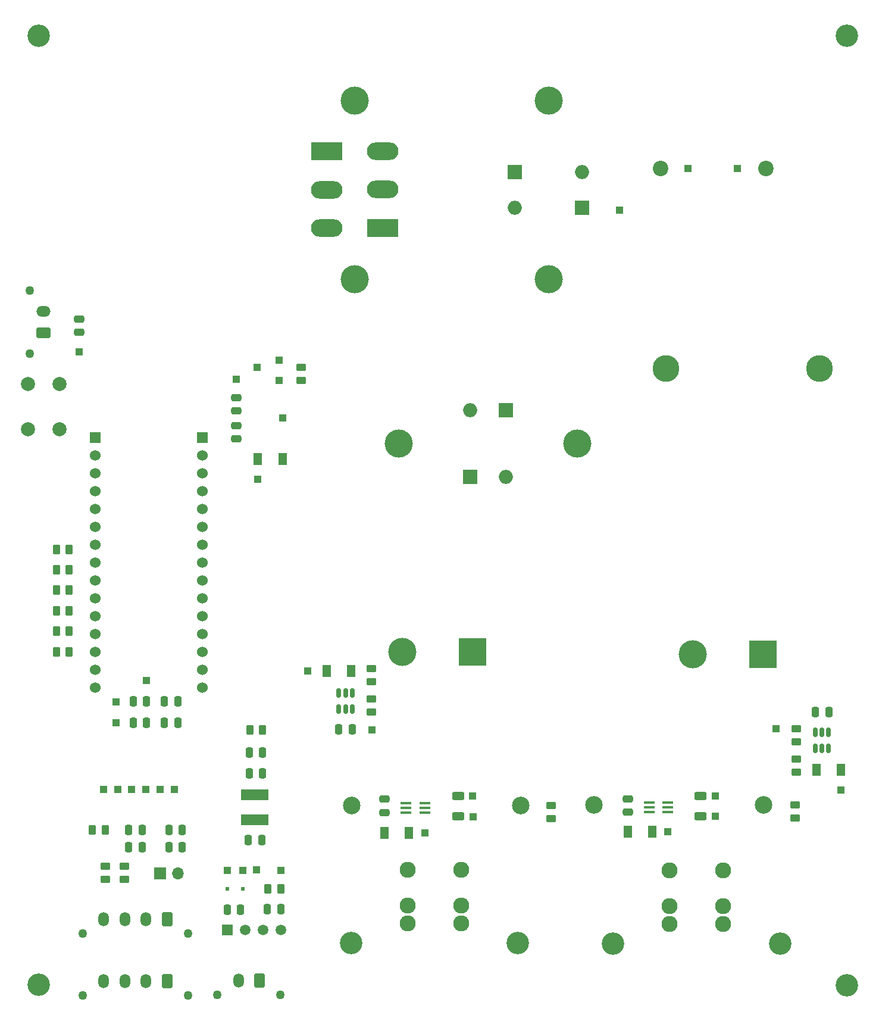
<source format=gbr>
%TF.GenerationSoftware,KiCad,Pcbnew,(6.0.1)*%
%TF.CreationDate,2022-02-10T23:56:56-06:00*%
%TF.ProjectId,MPPT,4d505054-2e6b-4696-9361-645f70636258,1.3.0*%
%TF.SameCoordinates,Original*%
%TF.FileFunction,Soldermask,Bot*%
%TF.FilePolarity,Negative*%
%FSLAX46Y46*%
G04 Gerber Fmt 4.6, Leading zero omitted, Abs format (unit mm)*
G04 Created by KiCad (PCBNEW (6.0.1)) date 2022-02-10 23:56:56*
%MOMM*%
%LPD*%
G01*
G04 APERTURE LIST*
G04 Aperture macros list*
%AMRoundRect*
0 Rectangle with rounded corners*
0 $1 Rounding radius*
0 $2 $3 $4 $5 $6 $7 $8 $9 X,Y pos of 4 corners*
0 Add a 4 corners polygon primitive as box body*
4,1,4,$2,$3,$4,$5,$6,$7,$8,$9,$2,$3,0*
0 Add four circle primitives for the rounded corners*
1,1,$1+$1,$2,$3*
1,1,$1+$1,$4,$5*
1,1,$1+$1,$6,$7*
1,1,$1+$1,$8,$9*
0 Add four rect primitives between the rounded corners*
20,1,$1+$1,$2,$3,$4,$5,0*
20,1,$1+$1,$4,$5,$6,$7,0*
20,1,$1+$1,$6,$7,$8,$9,0*
20,1,$1+$1,$8,$9,$2,$3,0*%
G04 Aperture macros list end*
%ADD10C,1.270000*%
%ADD11RoundRect,0.250001X0.759999X-0.499999X0.759999X0.499999X-0.759999X0.499999X-0.759999X-0.499999X0*%
%ADD12O,2.020000X1.500000*%
%ADD13C,3.200000*%
%ADD14C,2.286000*%
%ADD15RoundRect,0.250001X0.499999X0.759999X-0.499999X0.759999X-0.499999X-0.759999X0.499999X-0.759999X0*%
%ADD16O,1.500000X2.020000*%
%ADD17C,2.000000*%
%ADD18C,4.000000*%
%ADD19R,2.000000X2.000000*%
%ADD20O,2.000000X2.000000*%
%ADD21C,2.500000*%
%ADD22R,1.530000X1.530000*%
%ADD23C,1.530000*%
%ADD24R,1.700000X1.700000*%
%ADD25O,1.700000X1.700000*%
%ADD26C,2.200000*%
%ADD27R,4.000000X4.000000*%
%ADD28R,1.508000X1.508000*%
%ADD29C,1.508000*%
%ADD30R,4.500000X2.500000*%
%ADD31O,4.500000X2.500000*%
%ADD32C,3.800000*%
%ADD33R,1.000000X1.000000*%
%ADD34R,1.500000X0.400000*%
%ADD35R,1.300000X1.700000*%
%ADD36RoundRect,0.250000X-0.450000X0.262500X-0.450000X-0.262500X0.450000X-0.262500X0.450000X0.262500X0*%
%ADD37RoundRect,0.250000X-0.250000X-0.475000X0.250000X-0.475000X0.250000X0.475000X-0.250000X0.475000X0*%
%ADD38RoundRect,0.250000X0.625000X-0.312500X0.625000X0.312500X-0.625000X0.312500X-0.625000X-0.312500X0*%
%ADD39RoundRect,0.250000X0.250000X0.475000X-0.250000X0.475000X-0.250000X-0.475000X0.250000X-0.475000X0*%
%ADD40RoundRect,0.250000X0.262500X0.450000X-0.262500X0.450000X-0.262500X-0.450000X0.262500X-0.450000X0*%
%ADD41RoundRect,0.250000X0.475000X-0.250000X0.475000X0.250000X-0.475000X0.250000X-0.475000X-0.250000X0*%
%ADD42RoundRect,0.250000X0.450000X-0.262500X0.450000X0.262500X-0.450000X0.262500X-0.450000X-0.262500X0*%
%ADD43RoundRect,0.150000X-0.150000X0.512500X-0.150000X-0.512500X0.150000X-0.512500X0.150000X0.512500X0*%
%ADD44R,1.100000X1.100000*%
%ADD45R,4.000000X1.500000*%
%ADD46RoundRect,0.250000X-0.475000X0.250000X-0.475000X-0.250000X0.475000X-0.250000X0.475000X0.250000X0*%
%ADD47RoundRect,0.150000X0.150000X-0.512500X0.150000X0.512500X-0.150000X0.512500X-0.150000X-0.512500X0*%
%ADD48R,0.500000X0.500000*%
%ADD49RoundRect,0.250000X-0.625000X0.312500X-0.625000X-0.312500X0.625000X-0.312500X0.625000X0.312500X0*%
G04 APERTURE END LIST*
D10*
%TO.C,J2*%
X21285000Y-58710000D03*
X21285000Y-67710000D03*
D11*
X23245000Y-64710000D03*
D12*
X23245000Y-61710000D03*
%TD*%
D13*
%TO.C,J3*%
X127995000Y-151580000D03*
X104255000Y-151580000D03*
D14*
X112315000Y-141160000D03*
X112315000Y-146240000D03*
X112315000Y-148780000D03*
X119935000Y-146240000D03*
X119935000Y-141160000D03*
X119935000Y-148780000D03*
%TD*%
D13*
%TO.C,H1*%
X137520000Y-157565000D03*
%TD*%
%TO.C,H2*%
X22500000Y-157470000D03*
%TD*%
%TO.C,H3*%
X137500000Y-22470000D03*
%TD*%
%TO.C,H4*%
X22500000Y-22470000D03*
%TD*%
D10*
%TO.C,J6*%
X43795000Y-150127500D03*
X28795000Y-150127500D03*
D15*
X40795000Y-148167500D03*
D16*
X37795000Y-148167500D03*
X34795000Y-148167500D03*
X31795000Y-148167500D03*
%TD*%
D17*
%TO.C,SW1*%
X21010000Y-71990000D03*
X21010000Y-78490000D03*
X25510000Y-78490000D03*
X25510000Y-71990000D03*
%TD*%
D18*
%TO.C,HS3*%
X73785000Y-80475000D03*
X99185000Y-80475000D03*
%TD*%
D19*
%TO.C,D6*%
X89030000Y-75710000D03*
D20*
X83950000Y-75710000D03*
%TD*%
D10*
%TO.C,J5*%
X43790000Y-158927500D03*
X28790000Y-158927500D03*
D15*
X40790000Y-156967500D03*
D16*
X37790000Y-156967500D03*
X34790000Y-156967500D03*
X31790000Y-156967500D03*
%TD*%
D19*
%TO.C,D5*%
X83950000Y-85255000D03*
D20*
X89030000Y-85255000D03*
%TD*%
D21*
%TO.C,F2*%
X67045000Y-131955000D03*
X91145000Y-131955000D03*
%TD*%
D18*
%TO.C,HS2*%
X95065000Y-31690000D03*
X95065000Y-57090000D03*
%TD*%
D10*
%TO.C,J1*%
X47942500Y-158845000D03*
X56942500Y-158845000D03*
D15*
X53942500Y-156885000D03*
D16*
X50942500Y-156885000D03*
%TD*%
D22*
%TO.C,U2*%
X30565000Y-79655000D03*
D23*
X30565000Y-82195000D03*
X30565000Y-84735000D03*
X30565000Y-87275000D03*
X30565000Y-89815000D03*
X30565000Y-92355000D03*
X30565000Y-94895000D03*
X30565000Y-97435000D03*
X30565000Y-99975000D03*
X30565000Y-102515000D03*
X30565000Y-105055000D03*
X30565000Y-107595000D03*
X30565000Y-110135000D03*
X30565000Y-112675000D03*
X30565000Y-115215000D03*
X45805000Y-115215000D03*
X45805000Y-112675000D03*
X45805000Y-110135000D03*
X45805000Y-107595000D03*
X45805000Y-105055000D03*
X45805000Y-102515000D03*
X45805000Y-99975000D03*
X45805000Y-97435000D03*
X45805000Y-94895000D03*
X45805000Y-92355000D03*
X45805000Y-89815000D03*
X45805000Y-87275000D03*
X45805000Y-84735000D03*
X45805000Y-82195000D03*
D22*
X45805000Y-79655000D03*
%TD*%
D19*
%TO.C,R5*%
X99800000Y-46985000D03*
D20*
X99800000Y-41905000D03*
%TD*%
D18*
%TO.C,HS1*%
X67530000Y-57085000D03*
X67530000Y-31685000D03*
%TD*%
D24*
%TO.C,JP1*%
X39825000Y-141620000D03*
D25*
X42365000Y-141620000D03*
%TD*%
D26*
%TO.C,C9*%
X110975000Y-41325000D03*
X125975000Y-41325000D03*
%TD*%
D27*
%TO.C,CP1*%
X125570000Y-110435000D03*
D18*
X115570000Y-110435000D03*
%TD*%
D28*
%TO.C,U1*%
X49347500Y-149695000D03*
D29*
X51887500Y-149695000D03*
X54427500Y-149695000D03*
X56967500Y-149695000D03*
%TD*%
D30*
%TO.C,Q1*%
X63525000Y-38930000D03*
D31*
X63525000Y-44380000D03*
X63525000Y-49830000D03*
%TD*%
D13*
%TO.C,J4*%
X90715000Y-151515000D03*
X66975000Y-151515000D03*
D14*
X75035000Y-148715000D03*
X75035000Y-146175000D03*
X75035000Y-141095000D03*
X82655000Y-148715000D03*
X82655000Y-146175000D03*
X82655000Y-141095000D03*
%TD*%
D19*
%TO.C,D4*%
X90270000Y-41905000D03*
D20*
X90270000Y-46985000D03*
%TD*%
D30*
%TO.C,Q2*%
X71435000Y-49800000D03*
D31*
X71435000Y-44350000D03*
X71435000Y-38900000D03*
%TD*%
D32*
%TO.C,L2*%
X133590000Y-69795000D03*
X111790000Y-69795000D03*
%TD*%
D21*
%TO.C,F1*%
X125670000Y-131874000D03*
X101570000Y-131874000D03*
%TD*%
D27*
%TO.C,CP2*%
X84225000Y-110145000D03*
D18*
X74225000Y-110145000D03*
%TD*%
D33*
%TO.C,TP16*%
X112055000Y-135697500D03*
%TD*%
D34*
%TO.C,U6*%
X74800000Y-132934000D03*
X74800000Y-132284000D03*
X74800000Y-131634000D03*
X77460000Y-131634000D03*
X77460000Y-132284000D03*
X77460000Y-132934000D03*
%TD*%
D35*
%TO.C,D2*%
X53730000Y-82680000D03*
X57230000Y-82680000D03*
%TD*%
D36*
%TO.C,R10*%
X69865000Y-116842500D03*
X69865000Y-118667500D03*
%TD*%
D37*
%TO.C,C19*%
X41040000Y-137905000D03*
X42940000Y-137905000D03*
%TD*%
D33*
%TO.C,TP17*%
X84325000Y-133576000D03*
%TD*%
D38*
%TO.C,R6*%
X116665000Y-133487500D03*
X116665000Y-130562500D03*
%TD*%
D33*
%TO.C,TP26*%
X41815000Y-129670000D03*
%TD*%
D37*
%TO.C,C14*%
X40430000Y-117115000D03*
X42330000Y-117115000D03*
%TD*%
D39*
%TO.C,C15*%
X42335000Y-120155000D03*
X40435000Y-120155000D03*
%TD*%
D36*
%TO.C,R9*%
X130295000Y-125390000D03*
X130295000Y-127215000D03*
%TD*%
D33*
%TO.C,TP5*%
X56985000Y-141145000D03*
%TD*%
D40*
%TO.C,R3*%
X54375000Y-121195000D03*
X52550000Y-121195000D03*
%TD*%
D41*
%TO.C,C11*%
X71720000Y-132959000D03*
X71720000Y-131059000D03*
%TD*%
D37*
%TO.C,C7*%
X52480000Y-127390000D03*
X54380000Y-127390000D03*
%TD*%
D33*
%TO.C,TP18*%
X84290000Y-130636000D03*
%TD*%
%TO.C,TP31*%
X31790000Y-129670000D03*
%TD*%
%TO.C,TP23*%
X60790000Y-112805000D03*
%TD*%
D35*
%TO.C,D10*%
X63495000Y-112810000D03*
X66995000Y-112810000D03*
%TD*%
D33*
%TO.C,TP19*%
X77485000Y-135879000D03*
%TD*%
D35*
%TO.C,D8*%
X75215000Y-135859000D03*
X71715000Y-135859000D03*
%TD*%
D42*
%TO.C,R14*%
X32050000Y-142425000D03*
X32050000Y-140600000D03*
%TD*%
D33*
%TO.C,TP1*%
X51557500Y-141145000D03*
%TD*%
D37*
%TO.C,C18*%
X41055000Y-135435000D03*
X42955000Y-135435000D03*
%TD*%
%TO.C,C20*%
X35350000Y-137915000D03*
X37250000Y-137915000D03*
%TD*%
%TO.C,C6*%
X52355000Y-136830000D03*
X54255000Y-136830000D03*
%TD*%
D33*
%TO.C,TP7*%
X53665000Y-85550000D03*
%TD*%
%TO.C,TP25*%
X33535000Y-117200000D03*
%TD*%
D39*
%TO.C,C2*%
X56977500Y-146730000D03*
X55077500Y-146730000D03*
%TD*%
D43*
%TO.C,U8*%
X65245000Y-115939882D03*
X66195000Y-115939882D03*
X67145000Y-115939882D03*
X67145000Y-118214882D03*
X66195000Y-118214882D03*
X65245000Y-118214882D03*
%TD*%
D33*
%TO.C,TP27*%
X37795000Y-129665000D03*
%TD*%
D40*
%TO.C,R12*%
X32002500Y-135415000D03*
X30177500Y-135415000D03*
%TD*%
D42*
%TO.C,R11*%
X69850000Y-114312500D03*
X69850000Y-112487500D03*
%TD*%
D33*
%TO.C,TP24*%
X33505000Y-120180000D03*
%TD*%
D35*
%TO.C,D7*%
X109815000Y-135682500D03*
X106315000Y-135682500D03*
%TD*%
D44*
%TO.C,D3*%
X56760000Y-68665000D03*
X56760000Y-71465000D03*
%TD*%
D45*
%TO.C,L1*%
X53310000Y-134015000D03*
X53310000Y-130415000D03*
%TD*%
D33*
%TO.C,TP22*%
X69955000Y-121192500D03*
%TD*%
D42*
%TO.C,R16*%
X95465000Y-133787500D03*
X95465000Y-131962500D03*
%TD*%
%TO.C,R8*%
X130300000Y-122880000D03*
X130300000Y-121055000D03*
%TD*%
D46*
%TO.C,C4*%
X50630000Y-77930000D03*
X50630000Y-79830000D03*
%TD*%
D33*
%TO.C,TP30*%
X33785000Y-129670000D03*
%TD*%
%TO.C,TP8*%
X57245000Y-76820000D03*
%TD*%
D37*
%TO.C,C12*%
X133030000Y-118675000D03*
X134930000Y-118675000D03*
%TD*%
D33*
%TO.C,TP29*%
X39805000Y-129670000D03*
%TD*%
D36*
%TO.C,R13*%
X34740000Y-140615000D03*
X34740000Y-142440000D03*
%TD*%
D39*
%TO.C,C8*%
X54370000Y-124435000D03*
X52470000Y-124435000D03*
%TD*%
D40*
%TO.C,R17*%
X26887500Y-95510000D03*
X25062500Y-95510000D03*
%TD*%
D33*
%TO.C,TP4*%
X37870000Y-114145000D03*
%TD*%
D42*
%TO.C,R15*%
X130170000Y-133702500D03*
X130170000Y-131877500D03*
%TD*%
D40*
%TO.C,R1*%
X56957500Y-143770000D03*
X55132500Y-143770000D03*
%TD*%
D33*
%TO.C,TP21*%
X136665000Y-129745000D03*
%TD*%
%TO.C,TP2*%
X49350000Y-141170000D03*
%TD*%
D39*
%TO.C,C13*%
X67140000Y-121145000D03*
X65240000Y-121145000D03*
%TD*%
D47*
%TO.C,U7*%
X134920000Y-123807500D03*
X133970000Y-123807500D03*
X133020000Y-123807500D03*
X133020000Y-121532500D03*
X133970000Y-121532500D03*
X134920000Y-121532500D03*
%TD*%
D37*
%TO.C,C16*%
X35980000Y-117155000D03*
X37880000Y-117155000D03*
%TD*%
D33*
%TO.C,TP12*%
X114880000Y-41345000D03*
%TD*%
%TO.C,TP13*%
X121900000Y-41370000D03*
%TD*%
D39*
%TO.C,C1*%
X51262500Y-146765000D03*
X49362500Y-146765000D03*
%TD*%
D33*
%TO.C,TP9*%
X50625000Y-71295000D03*
%TD*%
%TO.C,TP11*%
X105130000Y-47320000D03*
%TD*%
%TO.C,TP6*%
X53560000Y-141125000D03*
%TD*%
D39*
%TO.C,C17*%
X37875000Y-120175000D03*
X35975000Y-120175000D03*
%TD*%
D40*
%TO.C,R21*%
X26887500Y-107140000D03*
X25062500Y-107140000D03*
%TD*%
D33*
%TO.C,TP15*%
X118775000Y-133511000D03*
%TD*%
D39*
%TO.C,C21*%
X37250000Y-135425000D03*
X35350000Y-135425000D03*
%TD*%
D33*
%TO.C,TP20*%
X127445000Y-121060000D03*
%TD*%
D34*
%TO.C,U5*%
X109390000Y-132847500D03*
X109390000Y-132197500D03*
X109390000Y-131547500D03*
X112050000Y-131547500D03*
X112050000Y-132197500D03*
X112050000Y-132847500D03*
%TD*%
D48*
%TO.C,D1*%
X51547500Y-143795000D03*
X49347500Y-143795000D03*
%TD*%
D40*
%TO.C,R22*%
X26860000Y-101295000D03*
X25035000Y-101295000D03*
%TD*%
D33*
%TO.C,TP28*%
X35785000Y-129670000D03*
%TD*%
%TO.C,TP14*%
X118775000Y-130571000D03*
%TD*%
D49*
%TO.C,R7*%
X82190000Y-130585000D03*
X82190000Y-133510000D03*
%TD*%
D35*
%TO.C,D9*%
X136665000Y-126845000D03*
X133165000Y-126845000D03*
%TD*%
D33*
%TO.C,TP3*%
X28325000Y-67440000D03*
%TD*%
D40*
%TO.C,R20*%
X26880000Y-110130000D03*
X25055000Y-110130000D03*
%TD*%
D41*
%TO.C,C10*%
X106335000Y-132892500D03*
X106335000Y-130992500D03*
%TD*%
D46*
%TO.C,C5*%
X50610000Y-73965000D03*
X50610000Y-75865000D03*
%TD*%
D33*
%TO.C,TP10*%
X53570000Y-69670000D03*
%TD*%
D36*
%TO.C,R4*%
X59885000Y-69650000D03*
X59885000Y-71475000D03*
%TD*%
D40*
%TO.C,R19*%
X26885000Y-104250000D03*
X25060000Y-104250000D03*
%TD*%
D41*
%TO.C,C3*%
X28325000Y-64685000D03*
X28325000Y-62785000D03*
%TD*%
D40*
%TO.C,R18*%
X26887500Y-98420000D03*
X25062500Y-98420000D03*
%TD*%
M02*

</source>
